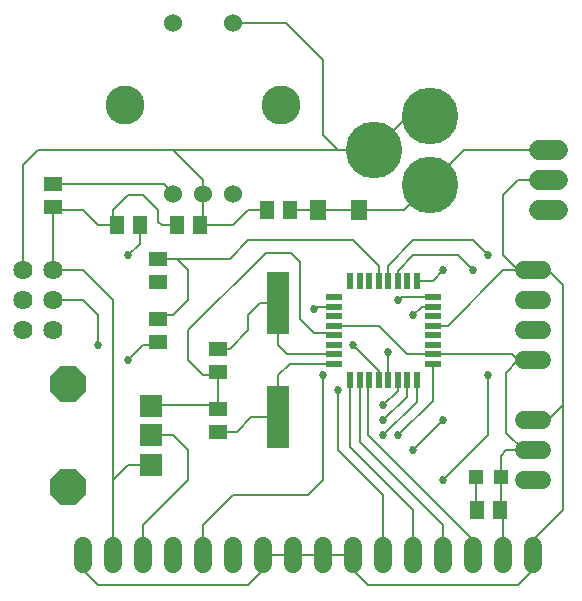
<source format=gtl>
G04 EAGLE Gerber RS-274X export*
G75*
%MOMM*%
%FSLAX34Y34*%
%LPD*%
%INTop Copper*%
%IPPOS*%
%AMOC8*
5,1,8,0,0,1.08239X$1,22.5*%
G01*
%ADD10C,4.800000*%
%ADD11R,1.500000X1.300000*%
%ADD12R,1.300000X1.500000*%
%ADD13R,1.400000X1.800000*%
%ADD14C,1.524000*%
%ADD15C,1.676400*%
%ADD16C,1.625600*%
%ADD17R,1.200000X1.200000*%
%ADD18C,1.524000*%
%ADD19C,3.302000*%
%ADD20R,1.470000X0.550000*%
%ADD21R,0.550000X1.470000*%
%ADD22R,1.879600X1.879600*%
%ADD23P,3.247170X8X22.500000*%
%ADD24R,1.930400X5.334000*%
%ADD25C,0.203200*%
%ADD26C,0.685800*%


D10*
X436600Y381600D03*
X483600Y351600D03*
X483600Y410600D03*
D11*
X254000Y219100D03*
X254000Y238100D03*
X304800Y193700D03*
X304800Y212700D03*
X304800Y161900D03*
X304800Y142900D03*
D12*
X346100Y330200D03*
X365100Y330200D03*
X288900Y317500D03*
X269900Y317500D03*
D13*
X389400Y330200D03*
X423400Y330200D03*
D14*
X563880Y203200D02*
X579120Y203200D01*
X579120Y228600D02*
X563880Y228600D01*
X563880Y254000D02*
X579120Y254000D01*
X579120Y279400D02*
X563880Y279400D01*
D15*
X575818Y381000D02*
X592582Y381000D01*
X592582Y355600D02*
X575818Y355600D01*
X575818Y330200D02*
X592582Y330200D01*
D16*
X139700Y254000D03*
X165100Y254000D03*
X165100Y279400D03*
X139700Y279400D03*
X139700Y228600D03*
X165100Y228600D03*
D14*
X190500Y45720D02*
X190500Y30480D01*
X215900Y30480D02*
X215900Y45720D01*
X241300Y45720D02*
X241300Y30480D01*
X266700Y30480D02*
X266700Y45720D01*
X292100Y45720D02*
X292100Y30480D01*
X317500Y30480D02*
X317500Y45720D01*
X342900Y45720D02*
X342900Y30480D01*
X368300Y30480D02*
X368300Y45720D01*
X393700Y45720D02*
X393700Y30480D01*
X419100Y30480D02*
X419100Y45720D01*
X444500Y45720D02*
X444500Y30480D01*
X469900Y30480D02*
X469900Y45720D01*
X495300Y45720D02*
X495300Y30480D01*
X520700Y30480D02*
X520700Y45720D01*
X546100Y45720D02*
X546100Y30480D01*
X571500Y30480D02*
X571500Y45720D01*
D17*
X522900Y104140D03*
X543900Y104140D03*
D11*
X254000Y269900D03*
X254000Y288900D03*
X165100Y352400D03*
X165100Y333400D03*
D12*
X238100Y317500D03*
X219100Y317500D03*
X523900Y76200D03*
X542900Y76200D03*
D18*
X292100Y344170D03*
X317500Y488950D03*
D19*
X358140Y419100D03*
X226060Y419100D03*
D18*
X266700Y488950D03*
X317500Y344170D03*
X266700Y344170D03*
D14*
X563880Y101600D02*
X579120Y101600D01*
X579120Y127000D02*
X563880Y127000D01*
X563880Y152400D02*
X579120Y152400D01*
D20*
X402800Y256600D03*
X402800Y248600D03*
X402800Y240600D03*
X402800Y232600D03*
X402800Y224600D03*
X402800Y216600D03*
X402800Y208600D03*
X402800Y200600D03*
D21*
X416500Y186900D03*
X424500Y186900D03*
X432500Y186900D03*
X440500Y186900D03*
X448500Y186900D03*
X456500Y186900D03*
X464500Y186900D03*
X472500Y186900D03*
D20*
X486200Y200600D03*
X486200Y208600D03*
X486200Y216600D03*
X486200Y224600D03*
X486200Y232600D03*
X486200Y240600D03*
X486200Y248600D03*
X486200Y256600D03*
D21*
X472500Y270300D03*
X464500Y270300D03*
X456500Y270300D03*
X448500Y270300D03*
X440500Y270300D03*
X432500Y270300D03*
X424500Y270300D03*
X416500Y270300D03*
D22*
X247800Y114700D03*
X247800Y139700D03*
X247800Y164700D03*
D23*
X177800Y95700D03*
X177800Y183700D03*
D24*
X355600Y154940D03*
X355600Y251460D03*
D25*
X486200Y200600D02*
X486200Y168700D01*
X457200Y139700D01*
D26*
X457200Y139700D03*
X203200Y215900D03*
D25*
X203200Y241300D01*
X190500Y254000D01*
X165100Y254000D01*
X304800Y165100D02*
X304800Y161900D01*
X304800Y165100D02*
X304800Y190500D01*
X304800Y193700D01*
X190500Y38100D02*
X190500Y25400D01*
X203200Y12700D01*
X330200Y12700D01*
X342900Y25400D01*
X342900Y38100D01*
X419100Y38100D02*
X419100Y25400D01*
X431800Y12700D01*
X558800Y12700D01*
X571500Y25400D01*
X571500Y38100D01*
X499300Y232600D02*
X486200Y232600D01*
X499300Y232600D02*
X546100Y279400D01*
X558800Y279400D01*
X571500Y279400D01*
X571500Y50800D02*
X571500Y38100D01*
X571500Y152400D02*
X584200Y152400D01*
X596900Y76200D02*
X571500Y50800D01*
X596900Y266700D02*
X584200Y279400D01*
X596900Y266700D02*
X596900Y165100D01*
X584200Y152400D01*
X248200Y165100D02*
X247800Y164700D01*
X248200Y165100D02*
X304800Y165100D01*
X571500Y279400D02*
X584200Y279400D01*
X483600Y410600D02*
X465600Y410600D01*
X436600Y381600D01*
X436000Y381000D01*
X406400Y381000D01*
X292100Y355600D02*
X292100Y344170D01*
X317500Y488950D02*
X361950Y488950D01*
X139700Y368300D02*
X139700Y279400D01*
X139700Y368300D02*
X152400Y381000D01*
X266700Y381000D02*
X292100Y355600D01*
X266700Y381000D02*
X152400Y381000D01*
X288900Y317500D02*
X292100Y320700D01*
X292100Y344170D01*
X400598Y226802D02*
X402800Y224600D01*
X374015Y238407D02*
X374015Y286385D01*
X385620Y226802D02*
X400598Y226802D01*
X385620Y226802D02*
X374015Y238407D01*
X292100Y190500D02*
X279400Y203200D01*
X292100Y190500D02*
X304800Y190500D01*
X374015Y286385D02*
X366522Y293878D01*
X344678Y293878D01*
X279400Y228600D01*
X279400Y203200D01*
X342900Y38100D02*
X368300Y38100D01*
X393700Y38100D01*
X419100Y38100D01*
X558800Y355600D02*
X584200Y355600D01*
X558800Y355600D02*
X546100Y342900D01*
X546100Y292100D01*
X558800Y279400D01*
X393700Y457200D02*
X361950Y488950D01*
X393700Y393700D02*
X406400Y381000D01*
X393700Y393700D02*
X393700Y457200D01*
X406400Y381000D02*
X266700Y381000D01*
X596900Y165100D02*
X596900Y76200D01*
X317500Y317500D02*
X288900Y317500D01*
X317500Y317500D02*
X330200Y330200D01*
X346100Y330200D01*
X464500Y186900D02*
X464500Y172400D01*
X444500Y152400D01*
D26*
X444500Y152400D03*
D25*
X472500Y167700D02*
X472500Y186900D01*
X472500Y167700D02*
X444500Y139700D01*
D26*
X444500Y139700D03*
D25*
X266700Y139700D02*
X247800Y139700D01*
X266700Y139700D02*
X279400Y127000D01*
X279400Y101600D02*
X241300Y63500D01*
X241300Y38100D01*
X279400Y101600D02*
X279400Y127000D01*
D26*
X448500Y210141D03*
D25*
X448500Y186900D01*
X314300Y212700D02*
X304800Y212700D01*
X314300Y212700D02*
X330200Y228600D01*
X330200Y241300D01*
X340360Y251460D01*
X355600Y251460D01*
X355600Y215900D01*
X362900Y208600D01*
X402800Y208600D01*
X402800Y200600D02*
X365700Y200600D01*
X355600Y190500D01*
X320700Y142900D02*
X304800Y142900D01*
X332740Y154940D02*
X355600Y154940D01*
X332740Y154940D02*
X320700Y142900D01*
X355600Y154940D02*
X355600Y190500D01*
X355600Y154940D02*
X355600Y146100D01*
X352400Y142900D01*
D26*
X419100Y215900D03*
D25*
X440500Y194500D01*
X440500Y186900D01*
X266700Y344170D02*
X258470Y352400D01*
X165100Y352400D01*
X456500Y186900D02*
X456500Y177100D01*
X444500Y165100D01*
D26*
X444500Y165100D03*
D25*
X238100Y301600D02*
X238100Y317500D01*
X238100Y301600D02*
X228600Y292100D01*
D26*
X228600Y292100D03*
D25*
X444500Y88900D02*
X444500Y38100D01*
X444500Y88900D02*
X406400Y127000D01*
X406400Y177800D01*
D26*
X406400Y177800D03*
X386080Y246380D03*
D25*
X388300Y248600D01*
X402800Y248600D01*
X469900Y76200D02*
X469900Y38100D01*
X416500Y129600D02*
X416500Y186900D01*
X416500Y129600D02*
X469900Y76200D01*
X495300Y63500D02*
X495300Y38100D01*
X424500Y134300D02*
X424500Y186900D01*
X424500Y134300D02*
X495300Y63500D01*
X520700Y50800D02*
X520700Y38100D01*
X520700Y50800D02*
X431800Y139700D01*
X431800Y186200D01*
X432500Y186900D01*
X456500Y278700D02*
X469900Y292100D01*
X456500Y278700D02*
X456500Y270300D01*
X469900Y292100D02*
X508000Y292100D01*
X520700Y279400D01*
D26*
X520700Y279400D03*
X533400Y292100D03*
D25*
X520700Y304800D01*
X469900Y304800D01*
X448500Y283400D01*
X448500Y270300D01*
X477200Y248600D02*
X486200Y248600D01*
X477200Y248600D02*
X469900Y241300D01*
D26*
X469900Y241300D03*
X495300Y152400D03*
D25*
X469900Y127000D01*
D26*
X469900Y127000D03*
D25*
X459800Y256600D02*
X486200Y256600D01*
X459800Y256600D02*
X457200Y254000D01*
D26*
X457200Y254000D03*
X393700Y190500D03*
D25*
X393700Y101600D01*
X381000Y88900D01*
X292100Y63500D02*
X292100Y38100D01*
X317500Y88900D02*
X381000Y88900D01*
X317500Y88900D02*
X292100Y63500D01*
D26*
X495300Y101600D03*
D25*
X533400Y139700D01*
X533400Y190500D01*
D26*
X533400Y190500D03*
X495300Y279400D03*
D25*
X486200Y270300D01*
X472500Y270300D01*
X563800Y127000D02*
X571500Y127000D01*
X571500Y203200D02*
X558800Y203200D01*
X553400Y208600D01*
X486200Y208600D01*
X464500Y208600D01*
X440500Y232600D02*
X402800Y232600D01*
X440500Y232600D02*
X464500Y208600D01*
X190500Y279400D02*
X165100Y279400D01*
X190500Y279400D02*
X215900Y254000D01*
X228600Y114700D02*
X247800Y114700D01*
X228600Y114700D02*
X215900Y102000D01*
X215900Y38100D01*
X548600Y142200D02*
X563800Y127000D01*
X548600Y142200D02*
X548600Y193000D01*
X558800Y203200D01*
X165100Y279400D02*
X165100Y333400D01*
X168300Y330200D01*
X190500Y330200D02*
X203200Y317500D01*
X215900Y317500D01*
X190500Y330200D02*
X168300Y330200D01*
X215900Y254000D02*
X215900Y102000D01*
X257200Y317500D02*
X269900Y317500D01*
X228600Y342900D02*
X215900Y330200D01*
X215900Y317500D01*
X254000Y320700D02*
X257200Y317500D01*
X254000Y320700D02*
X254000Y330200D01*
X241300Y342900D01*
X228600Y342900D01*
X542900Y76200D02*
X546100Y73000D01*
X546100Y38100D01*
X542900Y76200D02*
X543230Y76530D01*
X543900Y77200D02*
X544500Y77800D01*
X219100Y317500D02*
X215900Y317500D01*
X543900Y122260D02*
X543900Y104140D01*
X543900Y122260D02*
X548640Y127000D01*
X563800Y127000D01*
X543900Y104140D02*
X543900Y77200D01*
X543230Y76530D01*
X257200Y241300D02*
X254000Y238100D01*
X257200Y241300D02*
X266700Y241300D01*
X279400Y254000D01*
X279400Y279400D01*
X269900Y288900D01*
X266700Y288900D01*
X254000Y288900D01*
X440500Y283400D02*
X440500Y270300D01*
X314300Y288900D02*
X269900Y288900D01*
X314300Y288900D02*
X330200Y304800D01*
X419100Y304800D01*
X440500Y283400D01*
X254000Y219100D02*
X250800Y215900D01*
X241300Y215900D01*
X228600Y203200D01*
D26*
X228600Y203200D03*
D25*
X522900Y77200D02*
X523900Y76200D01*
X522900Y77200D02*
X522900Y104140D01*
X483600Y351600D02*
X513000Y381000D01*
X584200Y381000D01*
X389400Y330200D02*
X365100Y330200D01*
X462200Y330200D02*
X483600Y351600D01*
X462200Y330200D02*
X423400Y330200D01*
X389400Y330200D01*
M02*

</source>
